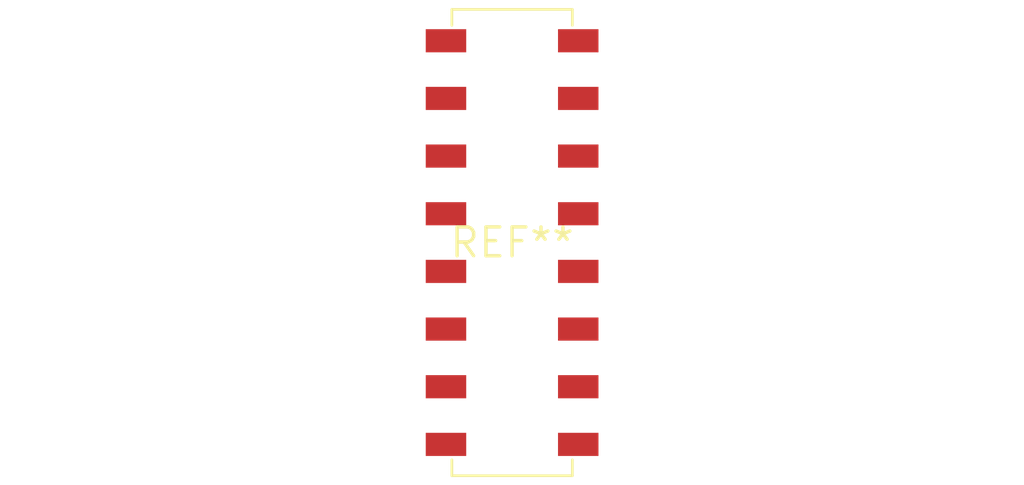
<source format=kicad_pcb>
(kicad_pcb (version 20240108) (generator pcbnew)
  (layers (0 "F.Cu" signal) (31 "B.Cu" signal) (34 "B.Paste" user) (35 "F.Paste" user) (36 "B.SilkS" user "B.Silkscreen") (37 "F.SilkS" user "F.Silkscreen") (38 "B.Mask" user) (39 "F.Mask" user) (44 "Edge.Cuts" user))
  (net 0 "")
  (footprint "Harwin_M20-7810845_2x08_P2.54mm_Vertical" (layer "F.Cu") (at 0 0)
    (property "Reference" "REF**")
    (property "Value" "Harwin_M20-7810845_2x08_P2.54mm_Vertical")
    (fp_line (start -2.65 -10.27) (end 2.65 -10.27) (layer "F.SilkS") (stroke (width 0.12)))
    (fp_line (start -2.65 -9.57) (end -2.65 -10.27) (layer "F.SilkS") (stroke (width 0.12)))
    (fp_line (start -2.65 9.57) (end -2.65 10.27) (layer "F.SilkS") (stroke (width 0.12)))
    (fp_line (start -2.65 10.27) (end 2.65 10.27) (layer "F.SilkS") (stroke (width 0.12)))
    (fp_line (start 2.65 -10.27) (end 2.65 -9.57) (layer "F.SilkS") (stroke (width 0.12)))
    (fp_line (start 2.65 10.27) (end 2.65 9.57) (layer "F.SilkS") (stroke (width 0.12)))
    (pad "" np_thru_hole circle (at -1.27 -8.89) (size 1.02 1.02) (drill 1.02) (layers *.Cu *.Mask))
    (pad "" np_thru_hole circle (at -1.27 -6.35) (size 1.02 1.02) (drill 1.02) (layers *.Cu *.Mask))
    (pad "" np_thru_hole circle (at -1.27 -3.81) (size 1.02 1.02) (drill 1.02) (layers *.Cu *.Mask))
    (pad "" np_thru_hole circle (at -1.27 -1.27) (size 1.02 1.02) (drill 1.02) (layers *.Cu *.Mask))
    (pad "" np_thru_hole circle (at -1.27 1.27) (size 1.02 1.02) (drill 1.02) (layers *.Cu *.Mask))
    (pad "" np_thru_hole circle (at -1.27 3.81) (size 1.02 1.02) (drill 1.02) (layers *.Cu *.Mask))
    (pad "" np_thru_hole circle (at -1.27 6.35) (size 1.02 1.02) (drill 1.02) (layers *.Cu *.Mask))
    (pad "" np_thru_hole circle (at -1.27 8.89) (size 1.02 1.02) (drill 1.02) (layers *.Cu *.Mask))
    (pad "" np_thru_hole circle (at 0 -7.62) (size 1.8 1.8) (drill 1.8) (layers *.Cu *.Mask))
    (pad "" np_thru_hole circle (at 0 7.62) (size 1.8 1.8) (drill 1.8) (layers *.Cu *.Mask))
    (pad "" np_thru_hole circle (at 1.27 -8.89) (size 1.02 1.02) (drill 1.02) (layers *.Cu *.Mask))
    (pad "" np_thru_hole circle (at 1.27 -6.35) (size 1.02 1.02) (drill 1.02) (layers *.Cu *.Mask))
    (pad "" np_thru_hole circle (at 1.27 -3.81) (size 1.02 1.02) (drill 1.02) (layers *.Cu *.Mask))
    (pad "" np_thru_hole circle (at 1.27 -1.27) (size 1.02 1.02) (drill 1.02) (layers *.Cu *.Mask))
    (pad "" np_thru_hole circle (at 1.27 1.27) (size 1.02 1.02) (drill 1.02) (layers *.Cu *.Mask))
    (pad "" np_thru_hole circle (at 1.27 3.81) (size 1.02 1.02) (drill 1.02) (layers *.Cu *.Mask))
    (pad "" np_thru_hole circle (at 1.27 6.35) (size 1.02 1.02) (drill 1.02) (layers *.Cu *.Mask))
    (pad "" np_thru_hole circle (at 1.27 8.89) (size 1.02 1.02) (drill 1.02) (layers *.Cu *.Mask))
    (pad "1" smd rect (at -2.91 -8.89) (size 1.78 1.02) (layers "F.Cu" "F.Paste" "F.Mask"))
    (pad "2" smd rect (at -2.91 -6.35) (size 1.78 1.02) (layers "F.Cu" "F.Paste" "F.Mask"))
    (pad "3" smd rect (at -2.91 -3.81) (size 1.78 1.02) (layers "F.Cu" "F.Paste" "F.Mask"))
    (pad "4" smd rect (at -2.91 -1.27) (size 1.78 1.02) (layers "F.Cu" "F.Paste" "F.Mask"))
    (pad "5" smd rect (at -2.91 1.27) (size 1.78 1.02) (layers "F.Cu" "F.Paste" "F.Mask"))
    (pad "6" smd rect (at -2.91 3.81) (size 1.78 1.02) (layers "F.Cu" "F.Paste" "F.Mask"))
    (pad "7" smd rect (at -2.91 6.35) (size 1.78 1.02) (layers "F.Cu" "F.Paste" "F.Mask"))
    (pad "8" smd rect (at -2.91 8.89) (size 1.78 1.02) (layers "F.Cu" "F.Paste" "F.Mask"))
    (pad "9" smd rect (at 2.91 -8.89) (size 1.78 1.02) (layers "F.Cu" "F.Paste" "F.Mask"))
    (pad "10" smd rect (at 2.91 -6.35) (size 1.78 1.02) (layers "F.Cu" "F.Paste" "F.Mask"))
    (pad "11" smd rect (at 2.91 -3.81) (size 1.78 1.02) (layers "F.Cu" "F.Paste" "F.Mask"))
    (pad "12" smd rect (at 2.91 -1.27) (size 1.78 1.02) (layers "F.Cu" "F.Paste" "F.Mask"))
    (pad "13" smd rect (at 2.91 1.27) (size 1.78 1.02) (layers "F.Cu" "F.Paste" "F.Mask"))
    (pad "14" smd rect (at 2.91 3.81) (size 1.78 1.02) (layers "F.Cu" "F.Paste" "F.Mask"))
    (pad "15" smd rect (at 2.91 6.35) (size 1.78 1.02) (layers "F.Cu" "F.Paste" "F.Mask"))
    (pad "16" smd rect (at 2.91 8.89) (size 1.78 1.02) (layers "F.Cu" "F.Paste" "F.Mask"))
  )
)
</source>
